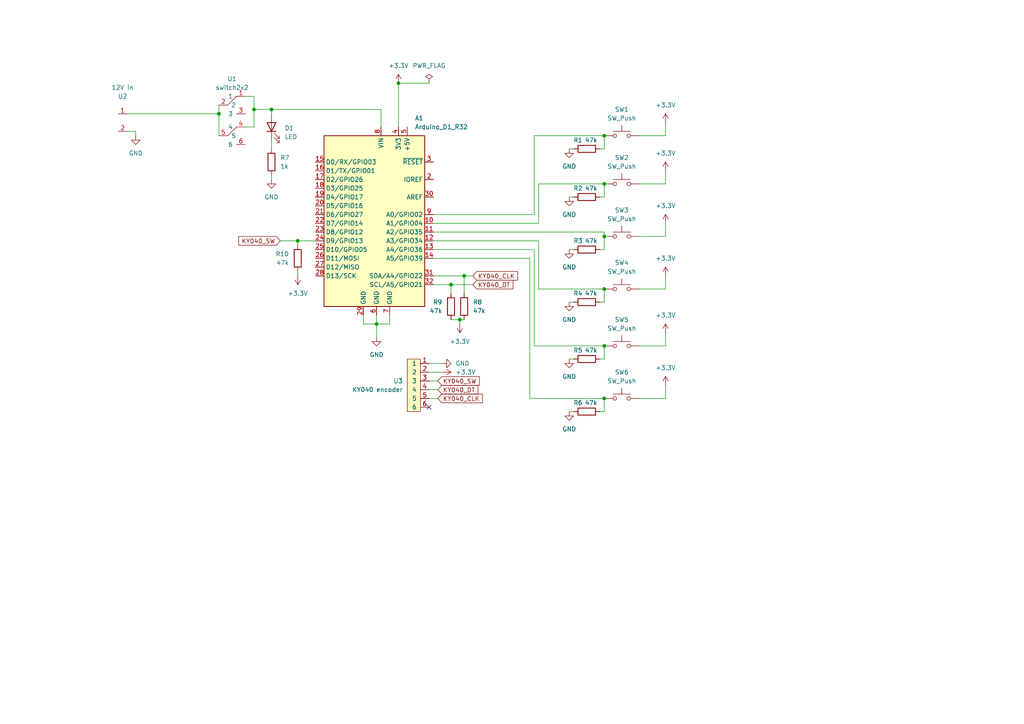
<source format=kicad_sch>
(kicad_sch (version 20230121) (generator eeschema)
  (paper "A4")
  (title_block (title "Minimalist DAB+ Radio") (company "Ludwin Monz") (comment 1 "you may not use the material for commercial purposes. ") (comment 2 "you may use non-commercially, adapt, share alike ") (comment 3 "https://creativecommons.org/licenses/by-nc-sa/4.0/ ") (comment 4 "License: Creative Commons Attribution-Non-Commercial (CC BY-NC-SA) "))
  (lib_symbols
    (symbol "Device:LED" (pin_numbers hide) (pin_names (offset 1.016) hide)
      (property "Reference" "D" (at 0 2.54 0))
      (property "Value" "LED" (at 0 -2.54 0))
      (symbol "LED_0_1"
        (polyline (pts (xy -1.27 -1.27) (xy -1.27 1.27)) (stroke (width 0.254)))
        (polyline (pts (xy -1.27 0) (xy 1.27 0)))
        (polyline (pts (xy 1.27 -1.27) (xy 1.27 1.27) (xy -1.27 0) (xy 1.27 -1.27)) (stroke (width 0.254)))
        (polyline (pts (xy -3.048 -0.762) (xy -4.572 -2.286) (xy -3.81 -2.286) (xy -4.572 -2.286) (xy -4.572 -1.524)))
        (polyline (pts (xy -1.778 -0.762) (xy -3.302 -2.286) (xy -2.54 -2.286) (xy -3.302 -2.286) (xy -3.302 -1.524)))
      )
      (symbol "LED_1_1"
        (pin passive line (at -3.81 0 0) (length 2.54) (name "K") (number "1"))
        (pin passive line (at 3.81 0 180) (length 2.54) (name "A") (number "2"))
      )
    )
    (symbol "Device:R" (pin_numbers hide) (pin_names (offset 0))
      (property "Reference" "R" (at 2.032 0 90))
      (property "Value" "R" (at 0 0 90))
      (symbol "R_0_1"
        (rectangle (start -1.016 -2.54) (end 1.016 2.54) (stroke (width 0.254)))
      )
      (symbol "R_1_1"
        (pin passive line (at 0 3.81 270) (length 1.27) (name "~") (number "1"))
        (pin passive line (at 0 -3.81 90) (length 1.27) (name "~") (number "2"))
      )
    )
    (symbol "New_Library:Arduino_D1_R32"
      (property "Reference" "A" (at -10.16 23.495 0))
      (property "Value" "Arduino_D1_R32" (at 3.81 -27.94 0))
      (symbol "Arduino_D1_R32_0_1"
        (rectangle (start -19.05 22.86) (end 10.16 -26.67) (stroke (width 0.254)) (fill (type background)))
      )
      (symbol "Arduino_D1_R32_1_1"
        (pin no_connect line (at -10.16 -20.32 0) (length 2.54) hide (name "NC") (number "1"))
        (pin bidirectional line (at 12.7 -2.54 180) (length 2.54) (name "A1/GPIO04") (number "10"))
        (pin bidirectional line (at 12.7 -5.08 180) (length 2.54) (name "A2/GPIO35") (number "11"))
        (pin bidirectional line (at 12.7 -7.62 180) (length 2.54) (name "A3/GPIO34") (number "12"))
        (pin bidirectional line (at 12.7 -10.16 180) (length 2.54) (name "A4/GPIO36") (number "13"))
        (pin bidirectional line (at 12.7 -12.7 180) (length 2.54) (name "A5/GPIO39") (number "14"))
        (pin bidirectional line (at -21.59 15.24 0) (length 2.54) (name "D0/RX/GPIO03") (number "15"))
        (pin bidirectional line (at -21.59 12.7 0) (length 2.54) (name "D1/TX/GPIO01") (number "16"))
        (pin bidirectional line (at -21.59 10.16 0) (length 2.54) (name "D2/GPIO26") (number "17"))
        (pin bidirectional line (at -21.59 7.62 0) (length 2.54) (name "D3/GPIO25") (number "18"))
        (pin bidirectional line (at -21.59 5.08 0) (length 2.54) (name "D4/GPIO17") (number "19"))
        (pin output line (at 12.7 10.16 180) (length 2.54) (name "IOREF") (number "2"))
        (pin bidirectional line (at -21.59 2.54 0) (length 2.54) (name "D5/GPIO16") (number "20"))
        (pin bidirectional line (at -21.59 0 0) (length 2.54) (name "D6/GPIO27") (number "21"))
        (pin bidirectional line (at -21.59 -2.54 0) (length 2.54) (name "D7/GPIO14") (number "22"))
        (pin bidirectional line (at -21.59 -5.08 0) (length 2.54) (name "D8/GPIO12") (number "23"))
        (pin bidirectional line (at -21.59 -7.62 0) (length 2.54) (name "D9/GPIO13") (number "24"))
        (pin bidirectional line (at -21.59 -10.16 0) (length 2.54) (name "D10/GPIO05") (number "25"))
        (pin bidirectional line (at -21.59 -12.7 0) (length 2.54) (name "D11/MOSI") (number "26"))
        (pin bidirectional line (at -21.59 -15.24 0) (length 2.54) (name "D12/MISO") (number "27"))
        (pin bidirectional line (at -21.59 -17.78 0) (length 2.54) (name "D13/SCK") (number "28"))
        (pin power_in line (at -7.62 -29.21 90) (length 2.54) (name "GND") (number "29"))
        (pin input line (at 12.7 15.24 180) (length 2.54) (name "~{RESET}") (number "3"))
        (pin input line (at 12.7 5.08 180) (length 2.54) (name "AREF") (number "30"))
        (pin bidirectional line (at 12.7 -17.78 180) (length 2.54) (name "SDA/A4/GPIO22") (number "31"))
        (pin bidirectional line (at 12.7 -20.32 180) (length 2.54) (name "SCL/A5/GPIO21") (number "32"))
        (pin power_out line (at 2.54 25.4 270) (length 2.54) (name "3V3") (number "4"))
        (pin power_out line (at 5.08 25.4 270) (length 2.54) (name "+5V") (number "5"))
        (pin power_in line (at -3.81 -29.21 90) (length 2.54) (name "GND") (number "6"))
        (pin power_in line (at 0 -29.21 90) (length 2.54) (name "GND") (number "7"))
        (pin power_in line (at -2.54 25.4 270) (length 2.54) (name "VIN") (number "8"))
        (pin bidirectional line (at 12.7 0 180) (length 2.54) (name "A0/GPIO02") (number "9"))
      )
    )
    (symbol "Switch:SW_Push" (pin_numbers hide) (pin_names (offset 1.016) hide)
      (property "Reference" "SW" (at 1.27 2.54 0))
      (property "Value" "SW_Push" (at 0 -1.524 0))
      (symbol "SW_Push_0_1"
        (circle (center -2.032 0) (radius 0.508))
        (polyline (pts (xy 0 1.27) (xy 0 3.048)))
        (polyline (pts (xy 2.54 1.27) (xy -2.54 1.27)))
        (circle (center 2.032 0) (radius 0.508))
        (pin passive line (at -5.08 0 0) (length 2.54) (name "1") (number "1"))
        (pin passive line (at 5.08 0 180) (length 2.54) (name "2") (number "2"))
      )
    )
    (symbol "my_symbols:1x6pin_connector" (pin_names (offset 1.016))
      (property "Reference" "U" (at 0 2.54 0))
      (property "Value" "1x6pin_connector" (at 0 0 0))
      (symbol "1x6pin_connector_0_1"
        (rectangle (start -2.54 -2.54) (end 1.27 -17.78) (fill (type background)))
      )
      (symbol "1x6pin_connector_1_1"
        (pin input line (at -5.08 -3.81 0) (length 2.54) (name "1") (number "1"))
        (pin input line (at -5.08 -6.35 0) (length 2.54) (name "2") (number "2"))
        (pin input line (at -5.08 -8.89 0) (length 2.54) (name "3") (number "3"))
        (pin input line (at -5.08 -11.43 0) (length 2.54) (name "4") (number "4"))
        (pin input line (at -5.08 -13.97 0) (length 2.54) (name "5") (number "5"))
        (pin input line (at -5.08 -16.51 0) (length 2.54) (name "6") (number "6"))
      )
    )
    (symbol "my_symbols:2pin" (pin_names (offset 1.016))
      (property "Reference" "U" (at 0 1.27 0))
      (property "Value" "2pin" (at 0 -1.27 0))
      (symbol "2pin_1_1"
        (pin input line (at -2.54 -2.54 90) (length 2.54) (name "~") (number "1"))
        (pin input line (at 2.54 -2.54 90) (length 2.54) (name "~") (number "2"))
      )
    )
    (symbol "my_symbols:switch2x2" (pin_names (offset 1.016))
      (property "Reference" "U" (at 0 5.08 0))
      (property "Value" "switch2x2" (at 0 2.54 0))
      (symbol "switch2x2_0_1"
        (polyline (pts (xy 0 -11.43) (xy 2.54 -8.89)))
        (polyline (pts (xy 0 -2.54) (xy 2.54 0)))
        (circle (center 2.54 0) (radius 0.0001))
      )
      (symbol "switch2x2_1_1"
        (pin input line (at 5.08 0 180) (length 2.54) (name "1") (number "1"))
        (pin input line (at -2.54 -2.54 0) (length 2.54) (name "2") (number "2"))
        (pin input line (at 5.08 -5.08 180) (length 2.54) (name "3") (number "3"))
        (pin input line (at 5.08 -8.89 180) (length 2.54) (name "4") (number "4"))
        (pin input line (at -2.54 -11.43 0) (length 2.54) (name "5") (number "5"))
        (pin input line (at 5.08 -13.97 180) (length 2.54) (name "6") (number "6"))
      )
    )
    (symbol "power:+3.3V" (power) (pin_names (offset 0))
      (property "Value" "+3.3V" (at 0 3.556 0))
      (symbol "+3.3V_0_1"
        (polyline (pts (xy -0.762 1.27) (xy 0 2.54)))
        (polyline (pts (xy 0 0) (xy 0 2.54)))
        (polyline (pts (xy 0 2.54) (xy 0.762 1.27)))
      )
      (symbol "+3.3V_1_1"
        (pin power_in line (at 0 0 90) (length 0) hide (name "+3.3V") (number "1"))
      )
    )
    (symbol "power:GND" (power) (pin_names (offset 0))
      (property "Value" "GND" (at 0 -3.81 0))
      (symbol "GND_0_1"
        (polyline (pts (xy 0 0) (xy 0 -1.27) (xy 1.27 -1.27) (xy 0 -2.54) (xy -1.27 -1.27) (xy 0 -1.27)))
      )
      (symbol "GND_1_1"
        (pin power_in line (at 0 0 270) (length 0) hide (name "GND") (number "1"))
      )
    )
    (symbol "power:PWR_FLAG" (power) (pin_numbers hide) (pin_names (offset 0) hide)
      (property "Value" "PWR_FLAG" (at 0 3.81 0))
      (symbol "PWR_FLAG_0_0"
        (pin power_out line (at 0 0 90) (length 0) (name "pwr") (number "1"))
      )
      (symbol "PWR_FLAG_0_1"
        (polyline (pts (xy 0 0) (xy 0 1.27) (xy -1.016 1.905) (xy 0 2.54) (xy 1.016 1.905) (xy 0 1.27)))
      )
    )
  )
  (junction (at 175.26 100.33))
  (junction (at 175.26 53.34))
  (junction (at 109.22 93.98))
  (junction (at 175.26 39.37))
  (junction (at 78.74 31.75))
  (junction (at 133.35 92.71))
  (junction (at 115.57 24.13))
  (junction (at 175.26 83.82))
  (junction (at 175.26 115.57))
  (junction (at 134.62 80.01))
  (junction (at 86.36 69.85))
  (junction (at 130.81 82.55))
  (junction (at 175.26 68.58))
  (junction (at 73.66 31.75))
  (junction (at 63.5 33.02))
  (no_connect (at 124.46 118.11))
  (wire (pts (xy 134.62 92.71) (xy 133.35 92.71)))
  (wire (pts (xy 173.99 87.63) (xy 175.26 87.63)))
  (wire (pts (xy 130.81 92.71) (xy 133.35 92.71)))
  (wire (pts (xy 133.35 92.71) (xy 133.35 93.98)))
  (wire (pts (xy 86.36 78.74) (xy 86.36 80.01)))
  (wire (pts (xy 125.73 82.55) (xy 130.81 82.55)))
  (wire (pts (xy 175.26 119.38) (xy 175.26 115.57)))
  (wire (pts (xy 109.22 93.98) (xy 109.22 97.79)))
  (wire (pts (xy 63.5 33.02) (xy 63.5 39.37)))
  (wire (pts (xy 154.94 100.33) (xy 154.94 72.39)))
  (wire (pts (xy 63.5 30.48) (xy 63.5 33.02)))
  (wire (pts (xy 193.04 96.52) (xy 193.04 100.33)))
  (wire (pts (xy 154.94 62.23) (xy 125.73 62.23)))
  (wire (pts (xy 134.62 80.01) (xy 134.62 85.09)))
  (wire (pts (xy 115.57 24.13) (xy 115.57 36.83)))
  (wire (pts (xy 165.1 104.14) (xy 166.37 104.14)))
  (wire (pts (xy 175.26 115.57) (xy 153.67 115.57)))
  (wire (pts (xy 81.28 69.85) (xy 86.36 69.85)))
  (wire (pts (xy 173.99 104.14) (xy 175.26 104.14)))
  (wire (pts (xy 165.1 119.38) (xy 166.37 119.38)))
  (wire (pts (xy 124.46 113.03) (xy 127 113.03)))
  (wire (pts (xy 86.36 69.85) (xy 91.44 69.85)))
  (wire (pts (xy 36.83 33.02) (xy 63.5 33.02)))
  (wire (pts (xy 193.04 49.53) (xy 193.04 53.34)))
  (wire (pts (xy 105.41 93.98) (xy 105.41 91.44)))
  (wire (pts (xy 173.99 119.38) (xy 175.26 119.38)))
  (wire (pts (xy 71.12 36.83) (xy 73.66 36.83)))
  (wire (pts (xy 193.04 39.37) (xy 185.42 39.37)))
  (wire (pts (xy 165.1 72.39) (xy 166.37 72.39)))
  (wire (pts (xy 193.04 100.33) (xy 185.42 100.33)))
  (wire (pts (xy 175.26 53.34) (xy 156.21 53.34)))
  (wire (pts (xy 156.21 64.77) (xy 125.73 64.77)))
  (wire (pts (xy 165.1 87.63) (xy 166.37 87.63)))
  (wire (pts (xy 130.81 82.55) (xy 137.16 82.55)))
  (wire (pts (xy 175.26 67.31) (xy 125.73 67.31)))
  (wire (pts (xy 154.94 39.37) (xy 154.94 62.23)))
  (wire (pts (xy 193.04 111.76) (xy 193.04 115.57)))
  (wire (pts (xy 173.99 43.18) (xy 175.26 43.18)))
  (wire (pts (xy 156.21 69.85) (xy 125.73 69.85)))
  (wire (pts (xy 113.03 91.44) (xy 113.03 93.98)))
  (wire (pts (xy 134.62 80.01) (xy 137.16 80.01)))
  (wire (pts (xy 78.74 40.64) (xy 78.74 43.18)))
  (wire (pts (xy 165.1 57.15) (xy 166.37 57.15)))
  (wire (pts (xy 73.66 31.75) (xy 78.74 31.75)))
  (wire (pts (xy 115.57 24.13) (xy 124.46 24.13)))
  (wire (pts (xy 73.66 27.94) (xy 71.12 27.94)))
  (wire (pts (xy 156.21 83.82) (xy 156.21 69.85)))
  (wire (pts (xy 193.04 64.77) (xy 193.04 68.58)))
  (wire (pts (xy 175.26 83.82) (xy 156.21 83.82)))
  (wire (pts (xy 175.26 72.39) (xy 175.26 68.58)))
  (wire (pts (xy 193.04 68.58) (xy 185.42 68.58)))
  (wire (pts (xy 78.74 50.8) (xy 78.74 52.07)))
  (wire (pts (xy 124.46 105.41) (xy 128.27 105.41)))
  (wire (pts (xy 193.04 83.82) (xy 185.42 83.82)))
  (wire (pts (xy 173.99 57.15) (xy 175.26 57.15)))
  (wire (pts (xy 39.37 38.1) (xy 39.37 39.37)))
  (wire (pts (xy 125.73 80.01) (xy 134.62 80.01)))
  (wire (pts (xy 109.22 93.98) (xy 105.41 93.98)))
  (wire (pts (xy 175.26 68.58) (xy 175.26 67.31)))
  (wire (pts (xy 73.66 31.75) (xy 73.66 27.94)))
  (wire (pts (xy 193.04 80.01) (xy 193.04 83.82)))
  (wire (pts (xy 124.46 110.49) (xy 127 110.49)))
  (wire (pts (xy 153.67 115.57) (xy 153.67 74.93)))
  (wire (pts (xy 78.74 31.75) (xy 110.49 31.75)))
  (wire (pts (xy 153.67 74.93) (xy 125.73 74.93)))
  (wire (pts (xy 154.94 72.39) (xy 125.73 72.39)))
  (wire (pts (xy 193.04 53.34) (xy 185.42 53.34)))
  (wire (pts (xy 175.26 39.37) (xy 154.94 39.37)))
  (wire (pts (xy 113.03 93.98) (xy 109.22 93.98)))
  (wire (pts (xy 175.26 104.14) (xy 175.26 100.33)))
  (wire (pts (xy 156.21 53.34) (xy 156.21 64.77)))
  (wire (pts (xy 193.04 35.56) (xy 193.04 39.37)))
  (wire (pts (xy 124.46 115.57) (xy 127 115.57)))
  (wire (pts (xy 73.66 36.83) (xy 73.66 31.75)))
  (wire (pts (xy 109.22 91.44) (xy 109.22 93.98)))
  (wire (pts (xy 175.26 43.18) (xy 175.26 39.37)))
  (wire (pts (xy 175.26 57.15) (xy 175.26 53.34)))
  (wire (pts (xy 124.46 107.95) (xy 128.27 107.95)))
  (wire (pts (xy 165.1 43.18) (xy 166.37 43.18)))
  (wire (pts (xy 173.99 72.39) (xy 175.26 72.39)))
  (wire (pts (xy 78.74 31.75) (xy 78.74 33.02)))
  (wire (pts (xy 193.04 115.57) (xy 185.42 115.57)))
  (wire (pts (xy 110.49 31.75) (xy 110.49 36.83)))
  (wire (pts (xy 130.81 82.55) (xy 130.81 85.09)))
  (wire (pts (xy 175.26 87.63) (xy 175.26 83.82)))
  (wire (pts (xy 175.26 100.33) (xy 154.94 100.33)))
  (wire (pts (xy 36.83 38.1) (xy 39.37 38.1)))
  (wire (pts (xy 86.36 69.85) (xy 86.36 71.12)))
  (global_label "KY040_SW" (shape input) (at 81.28 69.85 180) (property "Intersheetrefs" "${INTERSHEET_REFS}" (effects hide)))
  (global_label "KY040_CLK" (shape input) (at 137.16 80.01 0) (property "Intersheetrefs" "${INTERSHEET_REFS}" (effects hide)))
  (global_label "KY040_DT" (shape input) (at 137.16 82.55 0) (property "Intersheetrefs" "${INTERSHEET_REFS}" (effects hide)))
  (global_label "KY040_CLK" (shape input) (at 127 115.57 0) (property "Intersheetrefs" "${INTERSHEET_REFS}" (effects hide)))
  (global_label "KY040_SW" (shape input) (at 127 110.49 0) (property "Intersheetrefs" "${INTERSHEET_REFS}" (effects hide)))
  (global_label "KY040_DT" (shape input) (at 127 113.03 0) (property "Intersheetrefs" "${INTERSHEET_REFS}" (effects hide)))
  (symbol (lib_id "my_symbols:1x6pin_connector") (at 119.38 101.6 0) (mirror y) (unit 1)
    (property "Reference" "U3" (at 116.84 110.49 0) (effects (justify left)))
    (property "Value" "KY040 encoder" (at 116.84 113.03 0) (effects (justify left)))
    (property "Footprint" "my_footprints:connector_6pin" (effects hide))
  )
  (symbol (lib_id "power:GND") (at 39.37 39.37 0) (unit 1)
    (property "Reference" "#PWR015" (effects hide))
    (property "Value" "GND" (at 39.37 44.45 0))
  )
  (symbol (lib_id "New_Library:Arduino_D1_R32") (at 113.03 62.23 0) (unit 1)
    (property "Reference" "A1" (at 120.3041 34.29 0) (effects (justify left)))
    (property "Value" "Arduino_D1_R32" (at 120.3041 36.83 0) (effects (justify left)))
    (property "Footprint" "my_footprints:Arduino_D1_R32" (effects hide))
    (property "Datasheet" "https://www.arduino.cc/en/Main/arduinoBoardUno" (effects hide))
  )
  (symbol (lib_id "Device:LED") (at 78.74 36.83 90) (unit 1)
    (property "Reference" "D1" (at 82.55 37.1475 90) (effects (justify right)))
    (property "Value" "LED" (at 82.55 39.6875 90) (effects (justify right)))
    (property "Footprint" "my_footprints:LED_D3.0mm_sym" (effects hide))
  )
  (symbol (lib_id "my_symbols:switch2x2") (at 66.04 27.94 0) (unit 1)
    (property "Reference" "U1" (at 67.31 22.86 0))
    (property "Value" "switch2x2" (at 67.31 25.4 0))
    (property "Footprint" "my_footprints:SW_Push_2x2" (effects hide))
  )
  (symbol (lib_id "power:GND") (at 165.1 72.39 0) (unit 1)
    (property "Reference" "#PWR06" (effects hide))
    (property "Value" "GND" (at 165.1 77.47 0))
  )
  (symbol (lib_id "power:PWR_FLAG") (at 124.46 24.13 0) (unit 1)
    (property "Reference" "#FLG01" (effects hide))
    (property "Value" "PWR_FLAG" (at 124.46 19.05 0))
  )
  (symbol (lib_id "power:GND") (at 165.1 119.38 0) (unit 1)
    (property "Reference" "#PWR012" (effects hide))
    (property "Value" "GND" (at 165.1 124.46 0))
  )
  (symbol (lib_id "Device:R") (at 170.18 72.39 270) (unit 1)
    (property "Reference" "R3" (at 167.64 69.85 90))
    (property "Value" "47k" (at 171.45 69.85 90))
    (property "Footprint" "Resistor_THT:R_Axial_DIN0207_L6.3mm_D2.5mm_P10.16mm_Horizontal" (effects hide))
  )
  (symbol (lib_id "power:GND") (at 165.1 104.14 0) (unit 1)
    (property "Reference" "#PWR010" (effects hide))
    (property "Value" "GND" (at 165.1 109.22 0))
  )
  (symbol (lib_id "Switch:SW_Push") (at 180.34 68.58 0) (unit 1)
    (property "Reference" "SW3" (at 180.34 60.96 0))
    (property "Value" "SW_Push" (at 180.34 63.5 0))
    (property "Footprint" "my_footprints:OmronTasterSym" (effects hide))
  )
  (symbol (lib_id "Device:R") (at 170.18 43.18 270) (unit 1)
    (property "Reference" "R1" (at 167.64 40.64 90))
    (property "Value" "47k" (at 171.45 40.64 90))
    (property "Footprint" "Resistor_THT:R_Axial_DIN0207_L6.3mm_D2.5mm_P10.16mm_Horizontal" (effects hide))
  )
  (symbol (lib_id "power:+3.3V") (at 115.57 24.13 0) (unit 1)
    (property "Reference" "#PWR013" (effects hide))
    (property "Value" "+3.3V" (at 115.57 19.05 0))
  )
  (symbol (lib_id "power:+3.3V") (at 193.04 111.76 0) (unit 1)
    (property "Reference" "#PWR011" (effects hide))
    (property "Value" "+3.3V" (at 193.04 106.68 0))
  )
  (symbol (lib_id "power:+3.3V") (at 133.35 93.98 180) (unit 1)
    (property "Reference" "#PWR019" (effects hide))
    (property "Value" "+3.3V" (at 133.35 99.06 0))
  )
  (symbol (lib_id "power:GND") (at 109.22 97.79 0) (unit 1)
    (property "Reference" "#PWR014" (effects hide))
    (property "Value" "GND" (at 109.22 102.87 0))
  )
  (symbol (lib_id "power:+3.3V") (at 128.27 107.95 270) (unit 1)
    (property "Reference" "#PWR018" (effects hide))
    (property "Value" "+3.3V" (at 132.08 107.95 90) (effects (justify left)))
  )
  (symbol (lib_id "Device:R") (at 130.81 88.9 0) (mirror x) (unit 1)
    (property "Reference" "R9" (at 128.27 87.63 0) (effects (justify right)))
    (property "Value" "47k" (at 128.27 90.17 0) (effects (justify right)))
    (property "Footprint" "Resistor_THT:R_Axial_DIN0207_L6.3mm_D2.5mm_P10.16mm_Horizontal" (effects hide))
  )
  (symbol (lib_id "power:+3.3V") (at 193.04 96.52 0) (unit 1)
    (property "Reference" "#PWR09" (effects hide))
    (property "Value" "+3.3V" (at 193.04 91.44 0))
  )
  (symbol (lib_id "Device:R") (at 170.18 57.15 270) (unit 1)
    (property "Reference" "R2" (at 167.64 54.61 90))
    (property "Value" "47k" (at 171.45 54.61 90))
    (property "Footprint" "Resistor_THT:R_Axial_DIN0207_L6.3mm_D2.5mm_P10.16mm_Horizontal" (effects hide))
  )
  (symbol (lib_id "Device:R") (at 170.18 87.63 270) (unit 1)
    (property "Reference" "R4" (at 167.64 85.09 90))
    (property "Value" "47k" (at 171.45 85.09 90))
    (property "Footprint" "Resistor_THT:R_Axial_DIN0207_L6.3mm_D2.5mm_P10.16mm_Horizontal" (effects hide))
  )
  (symbol (lib_id "Device:R") (at 170.18 104.14 270) (unit 1)
    (property "Reference" "R5" (at 167.64 101.6 90))
    (property "Value" "47k" (at 171.45 101.6 90))
    (property "Footprint" "Resistor_THT:R_Axial_DIN0207_L6.3mm_D2.5mm_P10.16mm_Horizontal" (effects hide))
  )
  (symbol (lib_id "power:+3.3V") (at 193.04 80.01 0) (unit 1)
    (property "Reference" "#PWR07" (effects hide))
    (property "Value" "+3.3V" (at 193.04 74.93 0))
  )
  (symbol (lib_id "Switch:SW_Push") (at 180.34 83.82 0) (unit 1)
    (property "Reference" "SW4" (at 180.34 76.2 0))
    (property "Value" "SW_Push" (at 180.34 78.74 0))
    (property "Footprint" "my_footprints:OmronTasterSym" (effects hide))
  )
  (symbol (lib_id "Switch:SW_Push") (at 180.34 39.37 0) (unit 1)
    (property "Reference" "SW1" (at 180.34 31.75 0))
    (property "Value" "SW_Push" (at 180.34 34.29 0))
    (property "Footprint" "my_footprints:OmronTasterSym" (effects hide))
  )
  (symbol (lib_id "power:+3.3V") (at 86.36 80.01 180) (unit 1)
    (property "Reference" "#PWR020" (effects hide))
    (property "Value" "+3.3V" (at 86.36 85.09 0))
  )
  (symbol (lib_id "power:GND") (at 78.74 52.07 0) (unit 1)
    (property "Reference" "#PWR016" (effects hide))
    (property "Value" "GND" (at 78.74 57.15 0))
  )
  (symbol (lib_id "power:+3.3V") (at 193.04 49.53 0) (unit 1)
    (property "Reference" "#PWR03" (effects hide))
    (property "Value" "+3.3V" (at 193.04 44.45 0))
  )
  (symbol (lib_id "power:GND") (at 165.1 57.15 0) (unit 1)
    (property "Reference" "#PWR04" (effects hide))
    (property "Value" "GND" (at 165.1 62.23 0))
  )
  (symbol (lib_id "Device:R") (at 78.74 46.99 0) (unit 1)
    (property "Reference" "R7" (at 81.28 45.72 0) (effects (justify left)))
    (property "Value" "1k" (at 81.28 48.26 0) (effects (justify left)))
    (property "Footprint" "Resistor_THT:R_Axial_DIN0207_L6.3mm_D2.5mm_P10.16mm_Horizontal" (effects hide))
  )
  (symbol (lib_id "power:GND") (at 165.1 43.18 0) (unit 1)
    (property "Reference" "#PWR02" (effects hide))
    (property "Value" "GND" (at 165.1 48.26 0))
  )
  (symbol (lib_id "Device:R") (at 86.36 74.93 0) (mirror x) (unit 1)
    (property "Reference" "R10" (at 83.82 73.66 0) (effects (justify right)))
    (property "Value" "47k" (at 83.82 76.2 0) (effects (justify right)))
    (property "Footprint" "Resistor_THT:R_Axial_DIN0207_L6.3mm_D2.5mm_P10.16mm_Horizontal" (effects hide))
  )
  (symbol (lib_id "Switch:SW_Push") (at 180.34 53.34 0) (unit 1)
    (property "Reference" "SW2" (at 180.34 45.72 0))
    (property "Value" "SW_Push" (at 180.34 48.26 0))
    (property "Footprint" "my_footprints:OmronTasterSym" (effects hide))
  )
  (symbol (lib_id "Switch:SW_Push") (at 180.34 100.33 0) (unit 1)
    (property "Reference" "SW5" (at 180.34 92.71 0))
    (property "Value" "SW_Push" (at 180.34 95.25 0))
    (property "Footprint" "my_footprints:OmronTasterSym" (effects hide))
  )
  (symbol (lib_id "power:+3.3V") (at 193.04 64.77 0) (unit 1)
    (property "Reference" "#PWR05" (effects hide))
    (property "Value" "+3.3V" (at 193.04 59.69 0))
  )
  (symbol (lib_id "Switch:SW_Push") (at 180.34 115.57 0) (unit 1)
    (property "Reference" "SW6" (at 180.34 107.95 0))
    (property "Value" "SW_Push" (at 180.34 110.49 0))
    (property "Footprint" "my_footprints:OmronTasterSym" (effects hide))
  )
  (symbol (lib_id "power:+3.3V") (at 193.04 35.56 0) (unit 1)
    (property "Reference" "#PWR01" (effects hide))
    (property "Value" "+3.3V" (at 193.04 30.48 0))
  )
  (symbol (lib_id "Device:R") (at 134.62 88.9 0) (unit 1)
    (property "Reference" "R8" (at 137.16 87.63 0) (effects (justify left)))
    (property "Value" "47k" (at 137.16 90.17 0) (effects (justify left)))
    (property "Footprint" "Resistor_THT:R_Axial_DIN0207_L6.3mm_D2.5mm_P10.16mm_Horizontal" (effects hide))
  )
  (symbol (lib_id "Device:R") (at 170.18 119.38 270) (unit 1)
    (property "Reference" "R6" (at 167.64 116.84 90))
    (property "Value" "47k" (at 171.45 116.84 90))
    (property "Footprint" "Resistor_THT:R_Axial_DIN0207_L6.3mm_D2.5mm_P10.16mm_Horizontal" (effects hide))
  )
  (symbol (lib_id "my_symbols:2pin") (at 34.29 35.56 90) (mirror x) (unit 1)
    (property "Reference" "U2" (at 35.56 27.94 90))
    (property "Value" "12V in" (at 35.56 25.4 90))
    (property "Footprint" "my_footprints:connector_2pin_breit" (effects hide))
  )
  (symbol (lib_id "power:GND") (at 128.27 105.41 90) (unit 1)
    (property "Reference" "#PWR017" (effects hide))
    (property "Value" "GND" (at 132.08 105.41 90) (effects (justify right)))
  )
  (symbol (lib_id "power:GND") (at 165.1 87.63 0) (unit 1)
    (property "Reference" "#PWR08" (effects hide))
    (property "Value" "GND" (at 165.1 92.71 0))
  )
)
</source>
